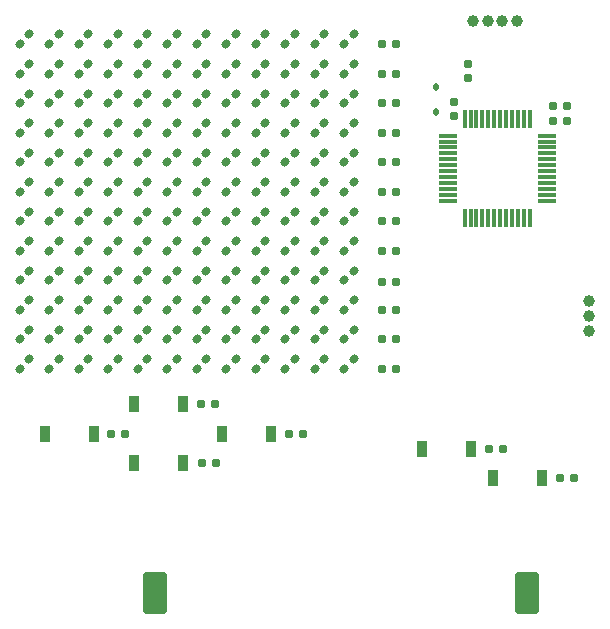
<source format=gtp>
%TF.GenerationSoftware,KiCad,Pcbnew,9.0.0*%
%TF.CreationDate,2025-12-20T00:19:53-05:00*%
%TF.ProjectId,BusinessCard,42757369-6e65-4737-9343-6172642e6b69,rev?*%
%TF.SameCoordinates,Original*%
%TF.FileFunction,Paste,Top*%
%TF.FilePolarity,Positive*%
%FSLAX46Y46*%
G04 Gerber Fmt 4.6, Leading zero omitted, Abs format (unit mm)*
G04 Created by KiCad (PCBNEW 9.0.0) date 2025-12-20 00:19:53*
%MOMM*%
%LPD*%
G01*
G04 APERTURE LIST*
G04 Aperture macros list*
%AMRoundRect*
0 Rectangle with rounded corners*
0 $1 Rounding radius*
0 $2 $3 $4 $5 $6 $7 $8 $9 X,Y pos of 4 corners*
0 Add a 4 corners polygon primitive as box body*
4,1,4,$2,$3,$4,$5,$6,$7,$8,$9,$2,$3,0*
0 Add four circle primitives for the rounded corners*
1,1,$1+$1,$2,$3*
1,1,$1+$1,$4,$5*
1,1,$1+$1,$6,$7*
1,1,$1+$1,$8,$9*
0 Add four rect primitives between the rounded corners*
20,1,$1+$1,$2,$3,$4,$5,0*
20,1,$1+$1,$4,$5,$6,$7,0*
20,1,$1+$1,$6,$7,$8,$9,0*
20,1,$1+$1,$8,$9,$2,$3,0*%
G04 Aperture macros list end*
%ADD10RoundRect,0.160000X-0.160000X0.197500X-0.160000X-0.197500X0.160000X-0.197500X0.160000X0.197500X0*%
%ADD11C,1.000000*%
%ADD12RoundRect,0.160000X-0.044194X-0.270468X0.270468X0.044194X0.044194X0.270468X-0.270468X-0.044194X0*%
%ADD13RoundRect,0.112500X0.112500X-0.187500X0.112500X0.187500X-0.112500X0.187500X-0.112500X-0.187500X0*%
%ADD14RoundRect,0.160000X0.197500X0.160000X-0.197500X0.160000X-0.197500X-0.160000X0.197500X-0.160000X0*%
%ADD15RoundRect,0.160000X-0.197500X-0.160000X0.197500X-0.160000X0.197500X0.160000X-0.197500X0.160000X0*%
%ADD16R,0.950000X1.400000*%
%ADD17RoundRect,0.155000X-0.212500X-0.155000X0.212500X-0.155000X0.212500X0.155000X-0.212500X0.155000X0*%
%ADD18RoundRect,0.200000X-0.800000X-1.550000X0.800000X-1.550000X0.800000X1.550000X-0.800000X1.550000X0*%
%ADD19RoundRect,0.070000X-0.710000X-0.070000X0.710000X-0.070000X0.710000X0.070000X-0.710000X0.070000X0*%
%ADD20RoundRect,0.070000X-0.070000X-0.710000X0.070000X-0.710000X0.070000X0.710000X-0.070000X0.710000X0*%
%ADD21RoundRect,0.155000X0.155000X-0.212500X0.155000X0.212500X-0.155000X0.212500X-0.155000X-0.212500X0*%
G04 APERTURE END LIST*
D10*
%TO.C,R1*%
X174250000Y-57097500D03*
X174250000Y-55902500D03*
%TD*%
D11*
%TO.C,J2*%
X174625000Y-52250000D03*
X175875000Y-52250000D03*
X177125000Y-52250000D03*
X178375000Y-52250000D03*
%TD*%
D12*
%TO.C,D112*%
X141250000Y-76744050D03*
X142059638Y-75934412D03*
%TD*%
%TO.C,D30*%
X146250000Y-59244050D03*
X147059638Y-58434412D03*
%TD*%
D13*
%TO.C,D1*%
X171500000Y-60000000D03*
X171500000Y-57900000D03*
%TD*%
D11*
%TO.C,J1*%
X184500000Y-78500000D03*
X184500000Y-77250000D03*
X184500000Y-76000000D03*
%TD*%
D14*
%TO.C,R9*%
X168097500Y-56744050D03*
X166902500Y-56744050D03*
%TD*%
D12*
%TO.C,D95*%
X158750000Y-71744050D03*
X159559638Y-70934412D03*
%TD*%
%TO.C,D101*%
X143750000Y-74244050D03*
X144559638Y-73434412D03*
%TD*%
%TO.C,D12*%
X161250000Y-54244050D03*
X162059638Y-53434412D03*
%TD*%
%TO.C,D10*%
X156250000Y-54244050D03*
X157059638Y-53434412D03*
%TD*%
%TO.C,D22*%
X156250000Y-56744050D03*
X157059638Y-55934412D03*
%TD*%
D15*
%TO.C,R2*%
X151602500Y-84750000D03*
X152797500Y-84750000D03*
%TD*%
D12*
%TO.C,D126*%
X146250000Y-79244050D03*
X147059638Y-78434412D03*
%TD*%
%TO.C,D60*%
X161250000Y-64244050D03*
X162059638Y-63434412D03*
%TD*%
D16*
%TO.C,SW3*%
X145925000Y-89750000D03*
X150075000Y-89750000D03*
%TD*%
D12*
%TO.C,D4*%
X141250000Y-54244050D03*
X142059638Y-53434412D03*
%TD*%
%TO.C,D6*%
X146250000Y-54244050D03*
X147059638Y-53434412D03*
%TD*%
%TO.C,D86*%
X136250000Y-71744050D03*
X137059638Y-70934412D03*
%TD*%
D14*
%TO.C,R17*%
X168097500Y-76744050D03*
X166902500Y-76744050D03*
%TD*%
D16*
%TO.C,SW2*%
X138425000Y-87250000D03*
X142575000Y-87250000D03*
%TD*%
D12*
%TO.C,D84*%
X161250000Y-69244050D03*
X162059638Y-68434412D03*
%TD*%
%TO.C,D9*%
X153750000Y-54244050D03*
X154559638Y-53434412D03*
%TD*%
%TO.C,D124*%
X141250000Y-79244050D03*
X142059638Y-78434412D03*
%TD*%
%TO.C,D66*%
X146250000Y-66744050D03*
X147059638Y-65934412D03*
%TD*%
D14*
%TO.C,R16*%
X168097500Y-74374050D03*
X166902500Y-74374050D03*
%TD*%
D12*
%TO.C,D59*%
X158750000Y-64244050D03*
X159559638Y-63434412D03*
%TD*%
%TO.C,D32*%
X151250000Y-59244050D03*
X152059638Y-58434412D03*
%TD*%
%TO.C,D81*%
X153750000Y-69244050D03*
X154559638Y-68434412D03*
%TD*%
%TO.C,D122*%
X136250000Y-79244050D03*
X137059638Y-78434412D03*
%TD*%
%TO.C,D15*%
X138750000Y-56744050D03*
X139559638Y-55934412D03*
%TD*%
D14*
%TO.C,R19*%
X168097500Y-81744050D03*
X166902500Y-81744050D03*
%TD*%
D12*
%TO.C,D136*%
X141250000Y-81744050D03*
X142059638Y-80934412D03*
%TD*%
%TO.C,D114*%
X146250000Y-76744050D03*
X147059638Y-75934412D03*
%TD*%
%TO.C,D47*%
X158750000Y-61744050D03*
X159559638Y-60934412D03*
%TD*%
%TO.C,D64*%
X141250000Y-66744050D03*
X142059638Y-65934412D03*
%TD*%
%TO.C,D20*%
X151250000Y-56744050D03*
X152059638Y-55934412D03*
%TD*%
%TO.C,D37*%
X163750000Y-59244050D03*
X164559638Y-58434412D03*
%TD*%
%TO.C,D65*%
X143750000Y-66744050D03*
X144559638Y-65934412D03*
%TD*%
%TO.C,D144*%
X161250000Y-81744050D03*
X162059638Y-80934412D03*
%TD*%
%TO.C,D16*%
X141250000Y-56744050D03*
X142059638Y-55934412D03*
%TD*%
%TO.C,D82*%
X156250000Y-69244050D03*
X157059638Y-68434412D03*
%TD*%
%TO.C,D21*%
X153750000Y-56744050D03*
X154559638Y-55934412D03*
%TD*%
D15*
%TO.C,R3*%
X151652500Y-89750000D03*
X152847500Y-89750000D03*
%TD*%
D12*
%TO.C,D99*%
X138750000Y-74244050D03*
X139559638Y-73434412D03*
%TD*%
%TO.C,D35*%
X158750000Y-59244050D03*
X159559638Y-58434412D03*
%TD*%
D14*
%TO.C,R15*%
X168097500Y-71744050D03*
X166902500Y-71744050D03*
%TD*%
D12*
%TO.C,D62*%
X136250000Y-66744050D03*
X137059638Y-65934412D03*
%TD*%
%TO.C,D91*%
X148750000Y-71744050D03*
X149559638Y-70934412D03*
%TD*%
D17*
%TO.C,C2*%
X181432500Y-60750000D03*
X182567500Y-60750000D03*
%TD*%
D12*
%TO.C,D8*%
X151250000Y-54244050D03*
X152059638Y-53434412D03*
%TD*%
D18*
%TO.C,J3*%
X147750000Y-100750000D03*
X179250000Y-100750000D03*
%TD*%
D12*
%TO.C,D75*%
X138750000Y-69244050D03*
X139559638Y-68434412D03*
%TD*%
%TO.C,D49*%
X163750000Y-61744050D03*
X164559638Y-60934412D03*
%TD*%
%TO.C,D11*%
X158750000Y-54244050D03*
X159559638Y-53434412D03*
%TD*%
%TO.C,D90*%
X146250000Y-71744050D03*
X147059638Y-70934412D03*
%TD*%
D16*
%TO.C,SW5*%
X170350000Y-88500000D03*
X174500000Y-88500000D03*
%TD*%
D12*
%TO.C,D98*%
X136250000Y-74244050D03*
X137059638Y-73434412D03*
%TD*%
%TO.C,D19*%
X148750000Y-56744050D03*
X149559638Y-55934412D03*
%TD*%
%TO.C,D53*%
X143750000Y-64244050D03*
X144559638Y-63434412D03*
%TD*%
%TO.C,D80*%
X151250000Y-69244050D03*
X152059638Y-68434412D03*
%TD*%
D15*
%TO.C,R7*%
X181980000Y-91000000D03*
X183175000Y-91000000D03*
%TD*%
D12*
%TO.C,D96*%
X161250000Y-71744050D03*
X162059638Y-70934412D03*
%TD*%
%TO.C,D116*%
X151250000Y-76744050D03*
X152059638Y-75934412D03*
%TD*%
%TO.C,D134*%
X136250000Y-81744050D03*
X137059638Y-80934412D03*
%TD*%
D14*
%TO.C,R11*%
X168097500Y-61744050D03*
X166902500Y-61744050D03*
%TD*%
D12*
%TO.C,D57*%
X153750000Y-64244050D03*
X154559638Y-63434412D03*
%TD*%
%TO.C,D78*%
X146250000Y-69244050D03*
X147059638Y-68434412D03*
%TD*%
%TO.C,D135*%
X138750000Y-81744050D03*
X139559638Y-80934412D03*
%TD*%
%TO.C,D113*%
X143750000Y-76744050D03*
X144559638Y-75934412D03*
%TD*%
%TO.C,D31*%
X148750000Y-59244050D03*
X149559638Y-58434412D03*
%TD*%
%TO.C,D41*%
X143750000Y-61744050D03*
X144559638Y-60934412D03*
%TD*%
D17*
%TO.C,C3*%
X181432500Y-59500000D03*
X182567500Y-59500000D03*
%TD*%
D12*
%TO.C,D77*%
X143750000Y-69244050D03*
X144559638Y-68434412D03*
%TD*%
D14*
%TO.C,R14*%
X168097500Y-69244050D03*
X166902500Y-69244050D03*
%TD*%
D12*
%TO.C,D105*%
X153750000Y-74244050D03*
X154559638Y-73434412D03*
%TD*%
%TO.C,D100*%
X141250000Y-74244050D03*
X142059638Y-73434412D03*
%TD*%
%TO.C,D103*%
X148750000Y-74244050D03*
X149559638Y-73434412D03*
%TD*%
%TO.C,D109*%
X163750000Y-74244050D03*
X164559638Y-73434412D03*
%TD*%
D14*
%TO.C,R10*%
X168097500Y-59244050D03*
X166902500Y-59244050D03*
%TD*%
D12*
%TO.C,D55*%
X148750000Y-64244050D03*
X149559638Y-63434412D03*
%TD*%
%TO.C,D115*%
X148750000Y-76744050D03*
X149559638Y-75934412D03*
%TD*%
%TO.C,D43*%
X148750000Y-61744050D03*
X149559638Y-60934412D03*
%TD*%
%TO.C,D104*%
X151250000Y-74244050D03*
X152059638Y-73434412D03*
%TD*%
%TO.C,D45*%
X153750000Y-61744050D03*
X154559638Y-60934412D03*
%TD*%
D14*
%TO.C,R18*%
X168097500Y-79244050D03*
X166902500Y-79244050D03*
%TD*%
D12*
%TO.C,D110*%
X136250000Y-76744050D03*
X137059638Y-75934412D03*
%TD*%
%TO.C,D118*%
X156250000Y-76744050D03*
X157059638Y-75934412D03*
%TD*%
%TO.C,D117*%
X153750000Y-76744050D03*
X154559638Y-75934412D03*
%TD*%
%TO.C,D54*%
X146250000Y-64244050D03*
X147059638Y-63434412D03*
%TD*%
%TO.C,D102*%
X146250000Y-74244050D03*
X147059638Y-73434412D03*
%TD*%
%TO.C,D141*%
X153750000Y-81744050D03*
X154559638Y-80934412D03*
%TD*%
%TO.C,D130*%
X156250000Y-79244050D03*
X157059638Y-78434412D03*
%TD*%
%TO.C,D70*%
X156250000Y-66744050D03*
X157059638Y-65934412D03*
%TD*%
%TO.C,D38*%
X136250000Y-61744050D03*
X137059638Y-60934412D03*
%TD*%
%TO.C,D14*%
X136250000Y-56744050D03*
X137059638Y-55934412D03*
%TD*%
D15*
%TO.C,R4*%
X144000000Y-87250000D03*
X145195000Y-87250000D03*
%TD*%
D12*
%TO.C,D83*%
X158750000Y-69244050D03*
X159559638Y-68434412D03*
%TD*%
D16*
%TO.C,SW6*%
X176350000Y-91000000D03*
X180500000Y-91000000D03*
%TD*%
D12*
%TO.C,D48*%
X161250000Y-61744050D03*
X162059638Y-60934412D03*
%TD*%
%TO.C,D24*%
X161250000Y-56744050D03*
X162059638Y-55934412D03*
%TD*%
%TO.C,D46*%
X156250000Y-61744050D03*
X157059638Y-60934412D03*
%TD*%
%TO.C,D23*%
X158750000Y-56744050D03*
X159559638Y-55934412D03*
%TD*%
%TO.C,D29*%
X143750000Y-59244050D03*
X144559638Y-58434412D03*
%TD*%
%TO.C,D72*%
X161250000Y-66744050D03*
X162059638Y-65934412D03*
%TD*%
D15*
%TO.C,R6*%
X175980000Y-88500000D03*
X177175000Y-88500000D03*
%TD*%
D12*
%TO.C,D79*%
X148750000Y-69244050D03*
X149559638Y-68434412D03*
%TD*%
%TO.C,D33*%
X153750000Y-59244050D03*
X154559638Y-58434412D03*
%TD*%
%TO.C,D44*%
X151250000Y-61744050D03*
X152059638Y-60934412D03*
%TD*%
D15*
%TO.C,R5*%
X159055000Y-87250000D03*
X160250000Y-87250000D03*
%TD*%
D12*
%TO.C,D92*%
X151250000Y-71744050D03*
X152059638Y-70934412D03*
%TD*%
%TO.C,D25*%
X163750000Y-56744050D03*
X164559638Y-55934412D03*
%TD*%
D16*
%TO.C,SW1*%
X145925000Y-84750000D03*
X150075000Y-84750000D03*
%TD*%
D12*
%TO.C,D2*%
X136250000Y-54244050D03*
X137059638Y-53434412D03*
%TD*%
%TO.C,D26*%
X136250000Y-59244050D03*
X137059638Y-58434412D03*
%TD*%
%TO.C,D145*%
X163750000Y-81744050D03*
X164559638Y-80934412D03*
%TD*%
%TO.C,D39*%
X138750000Y-61744050D03*
X139559638Y-60934412D03*
%TD*%
%TO.C,D125*%
X143750000Y-79244050D03*
X144559638Y-78434412D03*
%TD*%
%TO.C,D106*%
X156250000Y-74244050D03*
X157059638Y-73434412D03*
%TD*%
%TO.C,D3*%
X138750000Y-54244050D03*
X139559638Y-53434412D03*
%TD*%
%TO.C,D119*%
X158750000Y-76744050D03*
X159559638Y-75934412D03*
%TD*%
%TO.C,D36*%
X161250000Y-59244050D03*
X162059638Y-58434412D03*
%TD*%
%TO.C,D123*%
X138750000Y-79244050D03*
X139559638Y-78434412D03*
%TD*%
%TO.C,D40*%
X141250000Y-61744050D03*
X142059638Y-60934412D03*
%TD*%
%TO.C,D76*%
X141250000Y-69244050D03*
X142059638Y-68434412D03*
%TD*%
%TO.C,D137*%
X143750000Y-81744050D03*
X144559638Y-80934412D03*
%TD*%
%TO.C,D133*%
X163750000Y-79244050D03*
X164559638Y-78434412D03*
%TD*%
%TO.C,D88*%
X141250000Y-71744050D03*
X142059638Y-70934412D03*
%TD*%
%TO.C,D68*%
X151250000Y-66744050D03*
X152059638Y-65934412D03*
%TD*%
%TO.C,D120*%
X161250000Y-76744050D03*
X162059638Y-75934412D03*
%TD*%
%TO.C,D63*%
X138750000Y-66744050D03*
X139559638Y-65934412D03*
%TD*%
D14*
%TO.C,R12*%
X168097500Y-64244050D03*
X166902500Y-64244050D03*
%TD*%
D12*
%TO.C,D71*%
X158750000Y-66744050D03*
X159559638Y-65934412D03*
%TD*%
%TO.C,D85*%
X163750000Y-69244050D03*
X164559638Y-68434412D03*
%TD*%
%TO.C,D28*%
X141250000Y-59244050D03*
X142059638Y-58434412D03*
%TD*%
D19*
%TO.C,U1*%
X172500000Y-62000000D03*
X172500000Y-62500000D03*
X172500000Y-63000000D03*
X172500000Y-63500000D03*
X172500000Y-64000000D03*
X172500000Y-64500000D03*
X172500000Y-65000000D03*
X172500000Y-65500000D03*
X172500000Y-66000000D03*
X172500000Y-66500000D03*
X172500000Y-67000000D03*
X172500000Y-67500000D03*
D20*
X173930000Y-68930000D03*
X174430000Y-68930000D03*
X174930000Y-68930000D03*
X175430000Y-68930000D03*
X175930000Y-68930000D03*
X176430000Y-68930000D03*
X176930000Y-68930000D03*
X177430000Y-68930000D03*
X177930000Y-68930000D03*
X178430000Y-68930000D03*
X178930000Y-68930000D03*
X179430000Y-68930000D03*
D19*
X180860000Y-67500000D03*
X180860000Y-67000000D03*
X180860000Y-66500000D03*
X180860000Y-66000000D03*
X180860000Y-65500000D03*
X180860000Y-65000000D03*
X180860000Y-64500000D03*
X180860000Y-64000000D03*
X180860000Y-63500000D03*
X180860000Y-63000000D03*
X180860000Y-62500000D03*
X180860000Y-62000000D03*
D20*
X179430000Y-60570000D03*
X178930000Y-60570000D03*
X178430000Y-60570000D03*
X177930000Y-60570000D03*
X177430000Y-60570000D03*
X176930000Y-60570000D03*
X176430000Y-60570000D03*
X175930000Y-60570000D03*
X175430000Y-60570000D03*
X174930000Y-60570000D03*
X174430000Y-60570000D03*
X173930000Y-60570000D03*
%TD*%
D12*
%TO.C,D143*%
X158750000Y-81744050D03*
X159559638Y-80934412D03*
%TD*%
%TO.C,D97*%
X163750000Y-71744050D03*
X164559638Y-70934412D03*
%TD*%
%TO.C,D131*%
X158750000Y-79244050D03*
X159559638Y-78434412D03*
%TD*%
%TO.C,D5*%
X143750000Y-54244050D03*
X144559638Y-53434412D03*
%TD*%
%TO.C,D132*%
X161250000Y-79244050D03*
X162059638Y-78434412D03*
%TD*%
%TO.C,D94*%
X156250000Y-71744050D03*
X157059638Y-70934412D03*
%TD*%
%TO.C,D140*%
X151250000Y-81744050D03*
X152059638Y-80934412D03*
%TD*%
%TO.C,D56*%
X151250000Y-64244050D03*
X152059638Y-63434412D03*
%TD*%
%TO.C,D121*%
X163750000Y-76744050D03*
X164559638Y-75934412D03*
%TD*%
%TO.C,D13*%
X163750000Y-54244050D03*
X164559638Y-53434412D03*
%TD*%
%TO.C,D18*%
X146250000Y-56744050D03*
X147059638Y-55934412D03*
%TD*%
%TO.C,D17*%
X143750000Y-56744050D03*
X144559638Y-55934412D03*
%TD*%
%TO.C,D139*%
X148750000Y-81744050D03*
X149559638Y-80934412D03*
%TD*%
%TO.C,D74*%
X136250000Y-69244050D03*
X137059638Y-68434412D03*
%TD*%
%TO.C,D34*%
X156250000Y-59244050D03*
X157059638Y-58434412D03*
%TD*%
%TO.C,D127*%
X148750000Y-79244050D03*
X149559638Y-78434412D03*
%TD*%
%TO.C,D128*%
X151250000Y-79244050D03*
X152059638Y-78434412D03*
%TD*%
D14*
%TO.C,R13*%
X168097500Y-66744050D03*
X166902500Y-66744050D03*
%TD*%
D12*
%TO.C,D87*%
X138750000Y-71744050D03*
X139559638Y-70934412D03*
%TD*%
%TO.C,D89*%
X143750000Y-71744050D03*
X144559638Y-70934412D03*
%TD*%
%TO.C,D93*%
X153750000Y-71744050D03*
X154559638Y-70934412D03*
%TD*%
%TO.C,D7*%
X148750000Y-54244050D03*
X149559638Y-53434412D03*
%TD*%
%TO.C,D27*%
X138750000Y-59244050D03*
X139559638Y-58434412D03*
%TD*%
D14*
%TO.C,R8*%
X168097500Y-54244050D03*
X166902500Y-54244050D03*
%TD*%
D12*
%TO.C,D73*%
X163750000Y-66744050D03*
X164559638Y-65934412D03*
%TD*%
%TO.C,D142*%
X156250000Y-81744050D03*
X157059638Y-80934412D03*
%TD*%
%TO.C,D69*%
X153750000Y-66744050D03*
X154559638Y-65934412D03*
%TD*%
%TO.C,D108*%
X161250000Y-74244050D03*
X162059638Y-73434412D03*
%TD*%
D21*
%TO.C,C1*%
X173000000Y-60317500D03*
X173000000Y-59182500D03*
%TD*%
D12*
%TO.C,D61*%
X163750000Y-64244050D03*
X164559638Y-63434412D03*
%TD*%
%TO.C,D51*%
X138750000Y-64244050D03*
X139559638Y-63434412D03*
%TD*%
%TO.C,D58*%
X156250000Y-64244050D03*
X157059638Y-63434412D03*
%TD*%
%TO.C,D52*%
X141250000Y-64244050D03*
X142059638Y-63434412D03*
%TD*%
%TO.C,D138*%
X146250000Y-81744050D03*
X147059638Y-80934412D03*
%TD*%
%TO.C,D50*%
X136250000Y-64244050D03*
X137059638Y-63434412D03*
%TD*%
%TO.C,D107*%
X158750000Y-74244050D03*
X159559638Y-73434412D03*
%TD*%
D16*
%TO.C,SW4*%
X153425000Y-87250000D03*
X157575000Y-87250000D03*
%TD*%
D12*
%TO.C,D111*%
X138750000Y-76744050D03*
X139559638Y-75934412D03*
%TD*%
%TO.C,D129*%
X153750000Y-79244050D03*
X154559638Y-78434412D03*
%TD*%
%TO.C,D67*%
X148750000Y-66744050D03*
X149559638Y-65934412D03*
%TD*%
%TO.C,D42*%
X146250000Y-61744050D03*
X147059638Y-60934412D03*
%TD*%
M02*

</source>
